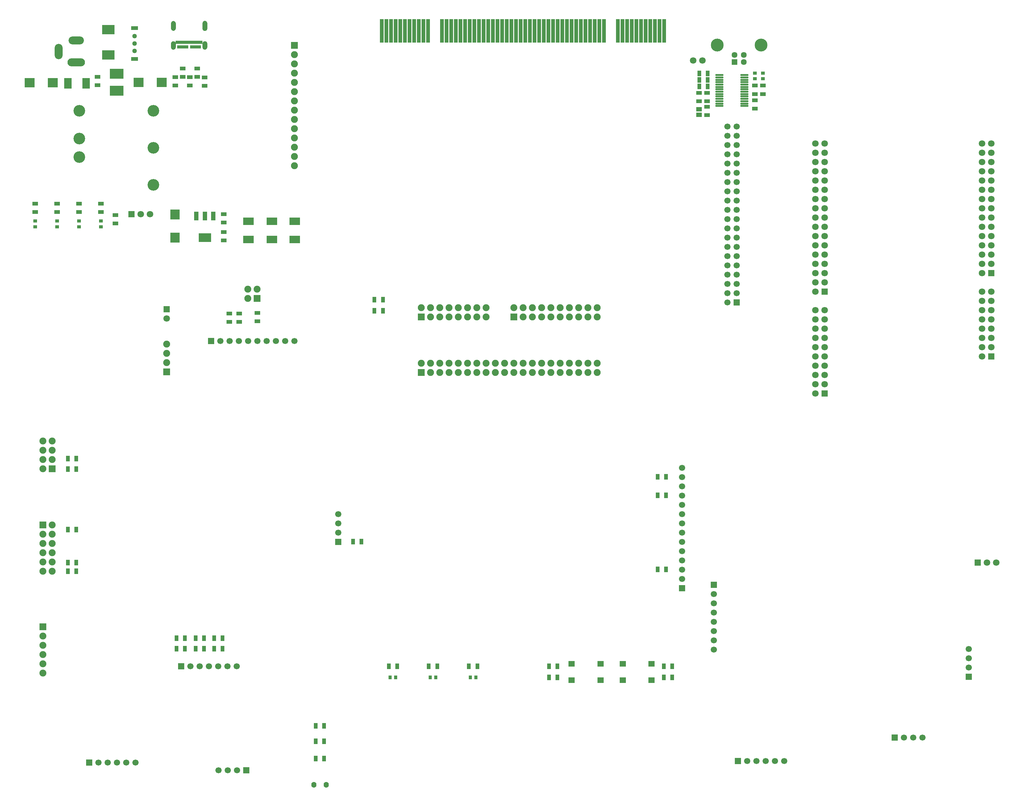
<source format=gts>
G04*
G04 #@! TF.GenerationSoftware,Altium Limited,Altium Designer,22.6.1 (34)*
G04*
G04 Layer_Color=8388736*
%FSLAX24Y24*%
%MOIN*%
G70*
G04*
G04 #@! TF.SameCoordinates,79B60451-B8A2-4DAA-8F8F-2CF346638848*
G04*
G04*
G04 #@! TF.FilePolarity,Negative*
G04*
G01*
G75*
%ADD19R,0.0474X0.0356*%
%ADD20R,0.0198X0.0356*%
%ADD21R,0.0434X0.0592*%
%ADD22R,0.0690X0.0592*%
%ADD23R,0.0832X0.1182*%
%ADD24R,0.0395X0.0375*%
%ADD25R,0.0592X0.0434*%
%ADD26O,0.0907X0.0218*%
%ADD27R,0.0631X0.0513*%
%ADD28R,0.0375X0.0395*%
%ADD29R,0.1182X0.0832*%
%ADD30R,0.0474X0.0926*%
%ADD31R,0.1360X0.0926*%
%ADD32R,0.1025X0.1104*%
%ADD33R,0.1104X0.1025*%
%ADD34R,0.1497X0.1064*%
%ADD35R,0.1379X0.1025*%
%ADD36R,0.0438X0.2529*%
%ADD37C,0.0749*%
%ADD38R,0.0749X0.0749*%
%ADD39C,0.0710*%
%ADD40R,0.0710X0.0710*%
%ADD41C,0.0669*%
%ADD42R,0.0669X0.0669*%
%ADD43R,0.0710X0.0710*%
%ADD44R,0.0669X0.0669*%
%ADD45O,0.1655X0.0867*%
%ADD46O,0.0867X0.1655*%
%ADD47O,0.1891X0.0867*%
%ADD48C,0.1386*%
%ADD49C,0.0634*%
%ADD50R,0.0634X0.0634*%
%ADD51R,0.0748X0.0433*%
%ADD52C,0.0512*%
%ADD53C,0.1261*%
%ADD54R,0.0749X0.0749*%
%ADD55O,0.0551X0.0630*%
G36*
X17223Y81386D02*
X17209Y81387D01*
X17196Y81389D01*
X17183Y81391D01*
X17170Y81394D01*
X17157Y81398D01*
X17144Y81403D01*
X17132Y81408D01*
X17120Y81414D01*
X17108Y81420D01*
X17097Y81427D01*
X17086Y81435D01*
X17075Y81443D01*
X17065Y81452D01*
X17055Y81461D01*
X17046Y81470D01*
X17037Y81481D01*
X17029Y81491D01*
X17022Y81502D01*
X17015Y81514D01*
X17008Y81526D01*
X17002Y81538D01*
X16997Y81550D01*
X16993Y81563D01*
X16989Y81576D01*
X16986Y81589D01*
X16983Y81602D01*
X16982Y81615D01*
X16981Y81628D01*
X16980Y81642D01*
Y82035D01*
X16981Y82049D01*
X16982Y82062D01*
X16983Y82076D01*
X16986Y82089D01*
X16989Y82102D01*
X16993Y82115D01*
X16997Y82127D01*
X17002Y82139D01*
X17008Y82152D01*
X17015Y82163D01*
X17022Y82175D01*
X17029Y82186D01*
X17037Y82196D01*
X17046Y82207D01*
X17055Y82217D01*
X17065Y82226D01*
X17075Y82234D01*
X17086Y82243D01*
X17097Y82250D01*
X17108Y82257D01*
X17120Y82263D01*
X17132Y82269D01*
X17144Y82274D01*
X17157Y82279D01*
X17170Y82283D01*
X17183Y82286D01*
X17196Y82288D01*
X17209Y82290D01*
X17223Y82291D01*
X17236Y82291D01*
X17250Y82291D01*
X17263Y82290D01*
X17276Y82288D01*
X17289Y82286D01*
X17302Y82283D01*
X17315Y82279D01*
X17328Y82274D01*
X17340Y82269D01*
X17352Y82263D01*
X17364Y82257D01*
X17376Y82250D01*
X17387Y82243D01*
X17397Y82234D01*
X17407Y82226D01*
X17417Y82217D01*
X17426Y82207D01*
X17435Y82196D01*
X17443Y82186D01*
X17451Y82175D01*
X17458Y82163D01*
X17464Y82152D01*
X17470Y82139D01*
X17475Y82127D01*
X17480Y82115D01*
X17483Y82102D01*
X17487Y82089D01*
X17489Y82076D01*
X17491Y82062D01*
X17492Y82049D01*
X17492Y82035D01*
Y81642D01*
X17492Y81628D01*
X17491Y81615D01*
X17489Y81602D01*
X17487Y81589D01*
X17483Y81576D01*
X17480Y81563D01*
X17475Y81550D01*
X17470Y81538D01*
X17464Y81526D01*
X17458Y81514D01*
X17451Y81502D01*
X17443Y81491D01*
X17435Y81481D01*
X17426Y81470D01*
X17417Y81461D01*
X17407Y81452D01*
X17397Y81443D01*
X17387Y81435D01*
X17376Y81427D01*
X17364Y81420D01*
X17352Y81414D01*
X17340Y81408D01*
X17328Y81403D01*
X17315Y81398D01*
X17302Y81394D01*
X17289Y81391D01*
X17276Y81389D01*
X17263Y81387D01*
X17250Y81386D01*
X17236Y81386D01*
X17223Y81386D01*
D02*
G37*
G36*
Y83418D02*
X17209Y83420D01*
X17195Y83422D01*
X17182Y83425D01*
X17169Y83429D01*
X17155Y83433D01*
X17142Y83438D01*
X17130Y83444D01*
X17117Y83450D01*
X17105Y83457D01*
X17094Y83465D01*
X17082Y83474D01*
X17072Y83482D01*
X17061Y83492D01*
X17052Y83502D01*
X17043Y83512D01*
X17034Y83523D01*
X17026Y83534D01*
X17018Y83546D01*
X17011Y83558D01*
X17005Y83571D01*
X17000Y83583D01*
X16994Y83596D01*
X16991Y83610D01*
X16987Y83623D01*
X16984Y83637D01*
X16982Y83651D01*
X16981Y83665D01*
X16980Y83678D01*
Y83693D01*
Y84205D01*
Y84219D01*
X16981Y84233D01*
X16982Y84247D01*
X16984Y84261D01*
X16987Y84274D01*
X16991Y84288D01*
X16994Y84301D01*
X17000Y84314D01*
X17005Y84327D01*
X17011Y84339D01*
X17018Y84352D01*
X17026Y84363D01*
X17034Y84375D01*
X17043Y84385D01*
X17052Y84396D01*
X17061Y84406D01*
X17072Y84415D01*
X17082Y84424D01*
X17094Y84432D01*
X17105Y84440D01*
X17117Y84447D01*
X17130Y84454D01*
X17142Y84459D01*
X17155Y84465D01*
X17169Y84469D01*
X17182Y84472D01*
X17195Y84476D01*
X17209Y84478D01*
X17223Y84480D01*
X17236Y84480D01*
X17250Y84480D01*
X17263Y84478D01*
X17277Y84476D01*
X17291Y84472D01*
X17304Y84469D01*
X17317Y84465D01*
X17330Y84459D01*
X17343Y84454D01*
X17355Y84447D01*
X17367Y84440D01*
X17379Y84432D01*
X17390Y84424D01*
X17401Y84415D01*
X17411Y84406D01*
X17421Y84396D01*
X17430Y84385D01*
X17439Y84375D01*
X17447Y84363D01*
X17454Y84352D01*
X17461Y84339D01*
X17467Y84327D01*
X17473Y84314D01*
X17478Y84301D01*
X17482Y84288D01*
X17485Y84274D01*
X17488Y84261D01*
X17490Y84247D01*
X17492Y84233D01*
X17492Y84219D01*
Y84205D01*
Y83693D01*
Y83678D01*
X17492Y83665D01*
X17490Y83651D01*
X17488Y83637D01*
X17485Y83623D01*
X17482Y83610D01*
X17478Y83596D01*
X17473Y83583D01*
X17467Y83571D01*
X17461Y83558D01*
X17454Y83546D01*
X17447Y83534D01*
X17439Y83523D01*
X17430Y83512D01*
X17421Y83502D01*
X17411Y83492D01*
X17401Y83482D01*
X17390Y83474D01*
X17379Y83465D01*
X17367Y83457D01*
X17355Y83450D01*
X17343Y83444D01*
X17330Y83438D01*
X17317Y83433D01*
X17304Y83429D01*
X17291Y83425D01*
X17277Y83422D01*
X17263Y83420D01*
X17250Y83418D01*
X17236Y83417D01*
X17223Y83418D01*
D02*
G37*
G36*
X20624Y81386D02*
X20611Y81387D01*
X20598Y81389D01*
X20585Y81391D01*
X20572Y81394D01*
X20559Y81398D01*
X20546Y81403D01*
X20534Y81408D01*
X20522Y81414D01*
X20510Y81420D01*
X20498Y81427D01*
X20487Y81435D01*
X20477Y81443D01*
X20467Y81452D01*
X20457Y81461D01*
X20448Y81470D01*
X20439Y81481D01*
X20431Y81491D01*
X20423Y81502D01*
X20416Y81514D01*
X20410Y81526D01*
X20404Y81538D01*
X20399Y81550D01*
X20394Y81563D01*
X20391Y81576D01*
X20387Y81589D01*
X20385Y81602D01*
X20383Y81615D01*
X20382Y81628D01*
X20382Y81642D01*
Y82035D01*
X20382Y82049D01*
X20383Y82062D01*
X20385Y82076D01*
X20387Y82089D01*
X20391Y82102D01*
X20394Y82115D01*
X20399Y82127D01*
X20404Y82139D01*
X20410Y82152D01*
X20416Y82163D01*
X20423Y82175D01*
X20431Y82186D01*
X20439Y82196D01*
X20448Y82207D01*
X20457Y82217D01*
X20467Y82226D01*
X20477Y82234D01*
X20487Y82243D01*
X20498Y82250D01*
X20510Y82257D01*
X20522Y82263D01*
X20534Y82269D01*
X20546Y82274D01*
X20559Y82279D01*
X20572Y82283D01*
X20585Y82286D01*
X20598Y82288D01*
X20611Y82290D01*
X20624Y82291D01*
X20638Y82291D01*
X20652D01*
X20665Y82291D01*
X20678Y82290D01*
X20691Y82288D01*
X20703Y82285D01*
X20715Y82282D01*
X20728Y82278D01*
X20740Y82274D01*
X20752Y82268D01*
X20763Y82263D01*
X20774Y82256D01*
X20785Y82250D01*
X20796Y82242D01*
X20806Y82234D01*
X20816Y82225D01*
X20825Y82217D01*
X20833Y82207D01*
X20842Y82197D01*
X20849Y82187D01*
X20856Y82176D01*
X20863Y82165D01*
X20869Y82153D01*
X20874Y82141D01*
X20879Y82130D01*
X20883Y82117D01*
X20887Y82105D01*
X20889Y82092D01*
X20891Y82080D01*
X20893Y82067D01*
X20894Y82055D01*
Y81661D01*
Y81647D01*
X20893Y81633D01*
X20892Y81619D01*
X20890Y81606D01*
X20887Y81592D01*
X20883Y81578D01*
X20880Y81565D01*
X20874Y81552D01*
X20869Y81539D01*
X20863Y81527D01*
X20856Y81515D01*
X20848Y81503D01*
X20840Y81491D01*
X20831Y81481D01*
X20822Y81470D01*
X20813Y81460D01*
X20802Y81451D01*
X20792Y81442D01*
X20780Y81434D01*
X20769Y81426D01*
X20757Y81419D01*
X20744Y81413D01*
X20732Y81407D01*
X20719Y81402D01*
X20706Y81397D01*
X20692Y81394D01*
X20679Y81391D01*
X20665Y81388D01*
X20651Y81387D01*
X20638Y81386D01*
X20624Y81386D01*
D02*
G37*
G36*
Y83398D02*
X20611Y83400D01*
X20597Y83402D01*
X20583Y83406D01*
X20570Y83409D01*
X20557Y83413D01*
X20544Y83419D01*
X20531Y83424D01*
X20519Y83431D01*
X20507Y83438D01*
X20495Y83446D01*
X20484Y83454D01*
X20473Y83463D01*
X20463Y83472D01*
X20453Y83482D01*
X20444Y83493D01*
X20435Y83503D01*
X20427Y83515D01*
X20420Y83526D01*
X20413Y83539D01*
X20407Y83551D01*
X20401Y83564D01*
X20396Y83577D01*
X20392Y83590D01*
X20389Y83604D01*
X20386Y83617D01*
X20384Y83631D01*
X20382Y83645D01*
X20382Y83659D01*
Y83673D01*
Y84224D01*
Y84239D01*
X20382Y84253D01*
X20384Y84267D01*
X20386Y84280D01*
X20389Y84294D01*
X20392Y84307D01*
X20396Y84321D01*
X20401Y84334D01*
X20407Y84346D01*
X20413Y84359D01*
X20420Y84371D01*
X20427Y84383D01*
X20435Y84394D01*
X20444Y84405D01*
X20453Y84416D01*
X20463Y84426D01*
X20473Y84435D01*
X20484Y84444D01*
X20495Y84452D01*
X20507Y84460D01*
X20519Y84467D01*
X20531Y84473D01*
X20544Y84479D01*
X20557Y84484D01*
X20570Y84489D01*
X20583Y84492D01*
X20597Y84495D01*
X20611Y84498D01*
X20624Y84499D01*
X20638Y84500D01*
X20651Y84499D01*
X20665Y84498D01*
X20679Y84495D01*
X20692Y84492D01*
X20706Y84489D01*
X20719Y84484D01*
X20732Y84479D01*
X20744Y84473D01*
X20757Y84467D01*
X20769Y84460D01*
X20780Y84452D01*
X20792Y84444D01*
X20802Y84435D01*
X20813Y84426D01*
X20822Y84416D01*
X20831Y84405D01*
X20840Y84394D01*
X20848Y84383D01*
X20856Y84371D01*
X20863Y84359D01*
X20869Y84346D01*
X20874Y84334D01*
X20880Y84321D01*
X20883Y84307D01*
X20887Y84294D01*
X20890Y84280D01*
X20892Y84267D01*
X20893Y84253D01*
X20894Y84239D01*
Y84224D01*
Y83673D01*
Y83659D01*
X20893Y83645D01*
X20892Y83631D01*
X20890Y83617D01*
X20887Y83604D01*
X20883Y83590D01*
X20880Y83577D01*
X20874Y83564D01*
X20869Y83551D01*
X20863Y83539D01*
X20856Y83526D01*
X20848Y83515D01*
X20840Y83503D01*
X20831Y83493D01*
X20822Y83482D01*
X20813Y83472D01*
X20802Y83463D01*
X20792Y83454D01*
X20780Y83446D01*
X20769Y83438D01*
X20757Y83431D01*
X20744Y83424D01*
X20732Y83419D01*
X20719Y83413D01*
X20706Y83409D01*
X20692Y83406D01*
X20679Y83402D01*
X20665Y83400D01*
X20651Y83398D01*
X20638Y83398D01*
X20624Y83398D01*
D02*
G37*
D19*
X20157Y82189D02*
D03*
X17717D02*
D03*
D20*
X19823D02*
D03*
X19626D02*
D03*
X19429D02*
D03*
X19232D02*
D03*
X19035D02*
D03*
X18839D02*
D03*
X18642D02*
D03*
X18445D02*
D03*
X18248D02*
D03*
X18051D02*
D03*
X17756Y81677D02*
D03*
X17953D02*
D03*
X18150D02*
D03*
X18346D02*
D03*
X18543D02*
D03*
X18740D02*
D03*
X19134D02*
D03*
X19331D02*
D03*
X19528D02*
D03*
X19724D02*
D03*
X19921D02*
D03*
X20118D02*
D03*
D21*
X39862Y54370D02*
D03*
X38957D02*
D03*
X39862Y53189D02*
D03*
X38957D02*
D03*
X37539Y28228D02*
D03*
X36634D02*
D03*
X70453Y25236D02*
D03*
X69547D02*
D03*
X70453Y33228D02*
D03*
X69547D02*
D03*
X70453Y35236D02*
D03*
X69547D02*
D03*
X5846Y37205D02*
D03*
X6752D02*
D03*
X70217Y13583D02*
D03*
X71122D02*
D03*
X49154Y14764D02*
D03*
X50059D02*
D03*
X44823Y14764D02*
D03*
X45728D02*
D03*
X40492Y14764D02*
D03*
X41398D02*
D03*
X19626Y16693D02*
D03*
X20531D02*
D03*
X17579D02*
D03*
X18484D02*
D03*
X21634D02*
D03*
X22539D02*
D03*
X32618Y6693D02*
D03*
X33524D02*
D03*
X32618Y4803D02*
D03*
X33524D02*
D03*
X57815Y14764D02*
D03*
X58720D02*
D03*
X17579Y17795D02*
D03*
X18484D02*
D03*
X74035Y78819D02*
D03*
X74941D02*
D03*
Y78110D02*
D03*
X74035D02*
D03*
X74941Y77402D02*
D03*
X74035D02*
D03*
X71122Y14764D02*
D03*
X70217D02*
D03*
X58720Y13583D02*
D03*
X57815D02*
D03*
X19626Y17795D02*
D03*
X20531D02*
D03*
X22539D02*
D03*
X21634D02*
D03*
X33524Y8346D02*
D03*
X32618D02*
D03*
X6752Y25984D02*
D03*
X5846D02*
D03*
X6752Y25039D02*
D03*
X5846D02*
D03*
X6752Y29528D02*
D03*
X5846D02*
D03*
Y36063D02*
D03*
X6752D02*
D03*
D22*
X63376Y13287D02*
D03*
Y15059D02*
D03*
X60246Y13287D02*
D03*
Y15059D02*
D03*
X68888Y13287D02*
D03*
Y15059D02*
D03*
X65758Y13287D02*
D03*
Y15059D02*
D03*
D23*
X7795Y77756D02*
D03*
X5827D02*
D03*
D24*
X80039Y78238D02*
D03*
Y78848D02*
D03*
X80906Y78238D02*
D03*
Y78848D02*
D03*
X7047Y62254D02*
D03*
Y62864D02*
D03*
X4685D02*
D03*
Y62254D02*
D03*
X2323D02*
D03*
Y62864D02*
D03*
X9409Y62254D02*
D03*
Y62864D02*
D03*
D25*
X80906Y77500D02*
D03*
Y76594D02*
D03*
X80039Y77500D02*
D03*
Y76594D02*
D03*
Y75925D02*
D03*
Y75020D02*
D03*
X74882Y76713D02*
D03*
Y75807D02*
D03*
X74016Y76713D02*
D03*
Y75807D02*
D03*
X74882Y74311D02*
D03*
Y75217D02*
D03*
X23268Y52894D02*
D03*
Y51988D02*
D03*
X24331D02*
D03*
Y52894D02*
D03*
X26299Y52933D02*
D03*
Y52028D02*
D03*
X7047Y63839D02*
D03*
Y64744D02*
D03*
X4685Y63839D02*
D03*
Y64744D02*
D03*
X2323Y63839D02*
D03*
Y64744D02*
D03*
X9409Y63839D02*
D03*
Y64744D02*
D03*
X22677Y60768D02*
D03*
Y61673D02*
D03*
X10984Y63524D02*
D03*
Y62618D02*
D03*
X20591Y77480D02*
D03*
Y78386D02*
D03*
X19803Y79350D02*
D03*
Y78445D02*
D03*
X19016Y77500D02*
D03*
Y78406D02*
D03*
X18228Y78445D02*
D03*
Y79350D02*
D03*
X17441Y77500D02*
D03*
Y78406D02*
D03*
X9055Y78445D02*
D03*
Y77539D02*
D03*
X22677Y63622D02*
D03*
Y62717D02*
D03*
D26*
X78917Y75305D02*
D03*
Y75561D02*
D03*
Y75817D02*
D03*
Y76073D02*
D03*
Y76329D02*
D03*
Y76585D02*
D03*
Y76841D02*
D03*
Y77096D02*
D03*
Y77352D02*
D03*
Y77608D02*
D03*
Y77864D02*
D03*
Y78120D02*
D03*
Y78376D02*
D03*
Y78632D02*
D03*
X76201Y75305D02*
D03*
Y75561D02*
D03*
Y75817D02*
D03*
Y76073D02*
D03*
Y76329D02*
D03*
Y76585D02*
D03*
Y76841D02*
D03*
Y77096D02*
D03*
Y77352D02*
D03*
Y77608D02*
D03*
Y77864D02*
D03*
Y78120D02*
D03*
Y78376D02*
D03*
Y78632D02*
D03*
D27*
X74016Y74350D02*
D03*
Y74941D02*
D03*
D28*
X49301Y13583D02*
D03*
X49911D02*
D03*
X45581Y13583D02*
D03*
X44970D02*
D03*
X41250D02*
D03*
X40640D02*
D03*
D29*
X30354Y62835D02*
D03*
Y60866D02*
D03*
X27874D02*
D03*
Y62835D02*
D03*
X25354Y60866D02*
D03*
Y62835D02*
D03*
D30*
X21535Y63396D02*
D03*
X20630D02*
D03*
X19724D02*
D03*
D31*
X20630Y61093D02*
D03*
D32*
X17402Y61063D02*
D03*
Y63583D02*
D03*
D33*
X13465Y77835D02*
D03*
X15984D02*
D03*
X4213Y77795D02*
D03*
X1693D02*
D03*
D34*
X11102Y78780D02*
D03*
Y76929D02*
D03*
D35*
X10197Y83533D02*
D03*
Y80797D02*
D03*
D36*
X70232Y83421D02*
D03*
X69732D02*
D03*
X69232D02*
D03*
X68732D02*
D03*
X68232D02*
D03*
X67732D02*
D03*
X67232D02*
D03*
X66732D02*
D03*
X66232D02*
D03*
X65732D02*
D03*
X65232D02*
D03*
X63732D02*
D03*
X63232D02*
D03*
X62732D02*
D03*
X62232D02*
D03*
X61732D02*
D03*
X61232D02*
D03*
X60732D02*
D03*
X60232D02*
D03*
X59732D02*
D03*
X59232D02*
D03*
X58732D02*
D03*
X58232D02*
D03*
X57732D02*
D03*
X57232D02*
D03*
X56732D02*
D03*
X56232D02*
D03*
X55732D02*
D03*
X55232D02*
D03*
X54732D02*
D03*
X54232D02*
D03*
X53732D02*
D03*
X53232D02*
D03*
X52732D02*
D03*
X52232D02*
D03*
X51732D02*
D03*
X51232D02*
D03*
X50732D02*
D03*
X50232D02*
D03*
X49732D02*
D03*
X49232D02*
D03*
X48732D02*
D03*
X48232D02*
D03*
X47732D02*
D03*
X47232D02*
D03*
X46732D02*
D03*
X46232D02*
D03*
X44732D02*
D03*
X44232D02*
D03*
X43732D02*
D03*
X43232D02*
D03*
X42732D02*
D03*
X42232D02*
D03*
X41732D02*
D03*
X41232D02*
D03*
X40732D02*
D03*
X40232D02*
D03*
X39732D02*
D03*
D37*
X47000Y46500D02*
D03*
Y47500D02*
D03*
X44000D02*
D03*
X45000D02*
D03*
Y46500D02*
D03*
X46000Y47500D02*
D03*
Y46500D02*
D03*
X48000D02*
D03*
Y47500D02*
D03*
X49000Y46500D02*
D03*
Y47500D02*
D03*
X50000Y46500D02*
D03*
Y47500D02*
D03*
X51000Y46500D02*
D03*
Y47500D02*
D03*
X52000Y46500D02*
D03*
Y47500D02*
D03*
X53000Y46500D02*
D03*
Y47500D02*
D03*
X54000Y46500D02*
D03*
Y47500D02*
D03*
X55000Y46500D02*
D03*
Y47500D02*
D03*
X56000Y46500D02*
D03*
Y47500D02*
D03*
X57000Y46500D02*
D03*
Y47500D02*
D03*
X58000Y46500D02*
D03*
Y47500D02*
D03*
X59000Y46500D02*
D03*
Y47500D02*
D03*
X60000Y46500D02*
D03*
Y47500D02*
D03*
X61000Y46500D02*
D03*
Y47500D02*
D03*
X62000Y46500D02*
D03*
Y47500D02*
D03*
X63000Y46500D02*
D03*
Y47500D02*
D03*
X47000Y52500D02*
D03*
Y53500D02*
D03*
X44000D02*
D03*
X45000D02*
D03*
Y52500D02*
D03*
X46000Y53500D02*
D03*
Y52500D02*
D03*
X48000D02*
D03*
Y53500D02*
D03*
X49000Y52500D02*
D03*
Y53500D02*
D03*
X50000Y52500D02*
D03*
Y53500D02*
D03*
X51000Y52500D02*
D03*
Y53500D02*
D03*
X57000Y52500D02*
D03*
Y53500D02*
D03*
X54000D02*
D03*
X55000D02*
D03*
Y52500D02*
D03*
X56000Y53500D02*
D03*
Y52500D02*
D03*
X58000D02*
D03*
Y53500D02*
D03*
X59000Y52500D02*
D03*
Y53500D02*
D03*
X60000Y52500D02*
D03*
Y53500D02*
D03*
X61000Y52500D02*
D03*
Y53500D02*
D03*
X62000Y52500D02*
D03*
Y53500D02*
D03*
X63000Y52500D02*
D03*
Y53500D02*
D03*
X16506Y47575D02*
D03*
Y48575D02*
D03*
Y49575D02*
D03*
X25287Y54512D02*
D03*
Y55512D02*
D03*
X26287D02*
D03*
X4150Y38098D02*
D03*
X3150D02*
D03*
X4150Y37098D02*
D03*
X3150D02*
D03*
Y36098D02*
D03*
Y39098D02*
D03*
X4150D02*
D03*
Y25059D02*
D03*
X3150D02*
D03*
X4150Y26059D02*
D03*
X3150D02*
D03*
Y28059D02*
D03*
X4150D02*
D03*
X3150Y29059D02*
D03*
X4150D02*
D03*
Y30059D02*
D03*
Y27059D02*
D03*
X3150D02*
D03*
X30315Y77835D02*
D03*
Y80835D02*
D03*
Y79835D02*
D03*
Y78835D02*
D03*
Y76835D02*
D03*
Y75835D02*
D03*
Y74835D02*
D03*
Y73835D02*
D03*
Y72835D02*
D03*
Y71835D02*
D03*
Y70835D02*
D03*
Y69835D02*
D03*
Y68835D02*
D03*
X3150Y15035D02*
D03*
Y18035D02*
D03*
Y17035D02*
D03*
Y16035D02*
D03*
Y14035D02*
D03*
D38*
X44000Y46500D02*
D03*
Y52500D02*
D03*
X54000D02*
D03*
X16506Y46575D02*
D03*
X30315Y81835D02*
D03*
X3150Y19035D02*
D03*
D39*
X16496Y52346D02*
D03*
X105118Y25984D02*
D03*
X106118D02*
D03*
X86563Y53252D02*
D03*
X87563D02*
D03*
X86563Y52252D02*
D03*
X87563D02*
D03*
X86563Y51252D02*
D03*
X87563D02*
D03*
X86563Y50252D02*
D03*
X87563D02*
D03*
X86563Y49252D02*
D03*
X87563D02*
D03*
X86563Y48252D02*
D03*
X87563D02*
D03*
X86563Y47252D02*
D03*
X87563D02*
D03*
X86563Y46252D02*
D03*
X87563D02*
D03*
X86563Y45252D02*
D03*
X87563D02*
D03*
X86563Y44252D02*
D03*
Y71252D02*
D03*
X87563D02*
D03*
X86563Y70252D02*
D03*
X87563D02*
D03*
X86563Y69252D02*
D03*
X87563D02*
D03*
X86563Y68252D02*
D03*
X87563D02*
D03*
X86563Y67252D02*
D03*
X87563D02*
D03*
X86563Y66252D02*
D03*
X87563D02*
D03*
X86563Y65252D02*
D03*
X87563D02*
D03*
X86563Y64252D02*
D03*
X87563D02*
D03*
X86563Y63252D02*
D03*
X87563D02*
D03*
X86563Y62252D02*
D03*
X87563D02*
D03*
X86563Y61252D02*
D03*
X87563D02*
D03*
X86563Y60252D02*
D03*
X87563D02*
D03*
X86563Y59252D02*
D03*
X87563D02*
D03*
X86563Y58252D02*
D03*
X87563D02*
D03*
X86563Y57252D02*
D03*
X87563D02*
D03*
X86563Y56252D02*
D03*
X87563D02*
D03*
X86563Y55252D02*
D03*
X104563Y71252D02*
D03*
X105563D02*
D03*
X104563Y70252D02*
D03*
X105563D02*
D03*
X104563Y69252D02*
D03*
X105563D02*
D03*
X104563Y68252D02*
D03*
X105563D02*
D03*
X104563Y67252D02*
D03*
X105563D02*
D03*
X104563Y66252D02*
D03*
X105563D02*
D03*
X104563Y65252D02*
D03*
X105563D02*
D03*
X104563Y64252D02*
D03*
X105563D02*
D03*
X104563Y63252D02*
D03*
X105563D02*
D03*
X104563Y62252D02*
D03*
X105563D02*
D03*
X104563Y61252D02*
D03*
X105563D02*
D03*
X104563Y60252D02*
D03*
X105563D02*
D03*
X104563Y59252D02*
D03*
X105563D02*
D03*
X104563Y58252D02*
D03*
X105563D02*
D03*
X104563Y57252D02*
D03*
Y55252D02*
D03*
X105563D02*
D03*
X104563Y54252D02*
D03*
X105563D02*
D03*
X104563Y53252D02*
D03*
X105563D02*
D03*
X104563Y52252D02*
D03*
X105563D02*
D03*
X104563Y51252D02*
D03*
X105563D02*
D03*
X104563Y50252D02*
D03*
X105563D02*
D03*
X104563Y49252D02*
D03*
X105563D02*
D03*
X104563Y48252D02*
D03*
X74358Y80197D02*
D03*
X73358D02*
D03*
X13701Y63622D02*
D03*
X14701D02*
D03*
D40*
X16496Y53346D02*
D03*
D41*
X78059Y68083D02*
D03*
Y70083D02*
D03*
Y69083D02*
D03*
Y65083D02*
D03*
Y67083D02*
D03*
Y66083D02*
D03*
Y73083D02*
D03*
Y72083D02*
D03*
Y71083D02*
D03*
Y58083D02*
D03*
Y60083D02*
D03*
Y59083D02*
D03*
Y56083D02*
D03*
Y55083D02*
D03*
Y62083D02*
D03*
Y64083D02*
D03*
Y63083D02*
D03*
Y61083D02*
D03*
X77059Y68083D02*
D03*
Y70083D02*
D03*
Y69083D02*
D03*
Y65083D02*
D03*
Y64083D02*
D03*
Y67083D02*
D03*
Y66083D02*
D03*
Y71083D02*
D03*
Y73083D02*
D03*
Y72083D02*
D03*
X78059Y57083D02*
D03*
X77059Y58083D02*
D03*
Y57083D02*
D03*
Y54083D02*
D03*
Y56083D02*
D03*
Y55083D02*
D03*
Y61083D02*
D03*
Y63083D02*
D03*
Y62083D02*
D03*
Y60083D02*
D03*
Y59083D02*
D03*
X103150Y14657D02*
D03*
Y15657D02*
D03*
Y16657D02*
D03*
X80209Y4528D02*
D03*
X79209D02*
D03*
X81209D02*
D03*
X82209D02*
D03*
X83209D02*
D03*
X24063Y14764D02*
D03*
X23063D02*
D03*
X22063D02*
D03*
X21063D02*
D03*
X19063D02*
D03*
X20063D02*
D03*
X24122Y3543D02*
D03*
X23122D02*
D03*
X22122D02*
D03*
X10130Y4370D02*
D03*
X9130D02*
D03*
X11130D02*
D03*
X12130D02*
D03*
X13130D02*
D03*
X72165Y32224D02*
D03*
Y31224D02*
D03*
Y30224D02*
D03*
Y29224D02*
D03*
Y28224D02*
D03*
Y27224D02*
D03*
Y26224D02*
D03*
Y24224D02*
D03*
Y25224D02*
D03*
Y33224D02*
D03*
Y34224D02*
D03*
Y35224D02*
D03*
Y36224D02*
D03*
X30300Y49900D02*
D03*
X29300D02*
D03*
X28300D02*
D03*
X27300D02*
D03*
X26300D02*
D03*
X25300D02*
D03*
X24300D02*
D03*
X22300D02*
D03*
X23300D02*
D03*
X98154Y7087D02*
D03*
X97154D02*
D03*
X96154D02*
D03*
X35039Y31224D02*
D03*
Y30224D02*
D03*
Y29224D02*
D03*
X75591Y18579D02*
D03*
Y19579D02*
D03*
Y20579D02*
D03*
Y22579D02*
D03*
Y21579D02*
D03*
Y17579D02*
D03*
Y16579D02*
D03*
D42*
X78059Y54083D02*
D03*
X78209Y4528D02*
D03*
X18063Y14764D02*
D03*
X25122Y3543D02*
D03*
X8130Y4370D02*
D03*
X21300Y49900D02*
D03*
X95154Y7087D02*
D03*
D43*
X104118Y25984D02*
D03*
X87563Y44252D02*
D03*
Y55252D02*
D03*
X105563Y57252D02*
D03*
Y48252D02*
D03*
X12701Y63622D02*
D03*
D44*
X103150Y13657D02*
D03*
X72165Y23224D02*
D03*
X35039Y28224D02*
D03*
X75591Y23579D02*
D03*
D45*
X6732Y82362D02*
D03*
D46*
X4843Y81181D02*
D03*
D47*
X6732Y80000D02*
D03*
D48*
X75976Y81890D02*
D03*
X80717D02*
D03*
D49*
X78839Y80039D02*
D03*
X77854Y80827D02*
D03*
X78839D02*
D03*
D50*
X77854Y80039D02*
D03*
D51*
X13032Y80374D02*
D03*
Y83720D02*
D03*
D52*
Y81260D02*
D03*
Y82047D02*
D03*
Y82835D02*
D03*
D53*
X15087Y66764D02*
D03*
Y70764D02*
D03*
X7087Y69764D02*
D03*
Y71764D02*
D03*
X15087Y74764D02*
D03*
X7087D02*
D03*
D54*
X26287Y54512D02*
D03*
X4150Y36098D02*
D03*
X3150Y30059D02*
D03*
D55*
X32402Y1969D02*
D03*
X33740D02*
D03*
M02*

</source>
